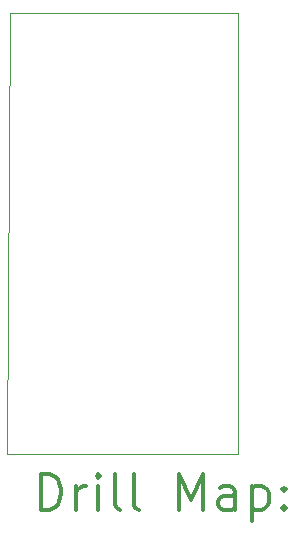
<source format=gbr>
%FSLAX45Y45*%
G04 Gerber Fmt 4.5, Leading zero omitted, Abs format (unit mm)*
G04 Created by KiCad (PCBNEW 5.1.12-84ad8e8a86~92~ubuntu20.04.1) date 2022-07-09 09:58:05*
%MOMM*%
%LPD*%
G01*
G04 APERTURE LIST*
%TA.AperFunction,Profile*%
%ADD10C,0.050000*%
%TD*%
%ADD11C,0.200000*%
%ADD12C,0.300000*%
G04 APERTURE END LIST*
D10*
X14274800Y-8991600D02*
X14300200Y-5257800D01*
X16230600Y-8991600D02*
X14274800Y-8991600D01*
X16230600Y-5257800D02*
X16230600Y-8991600D01*
X14300200Y-5257800D02*
X16230600Y-5257800D01*
D11*
D12*
X14558728Y-9459814D02*
X14558728Y-9159814D01*
X14630157Y-9159814D01*
X14673014Y-9174100D01*
X14701586Y-9202672D01*
X14715871Y-9231243D01*
X14730157Y-9288386D01*
X14730157Y-9331243D01*
X14715871Y-9388386D01*
X14701586Y-9416957D01*
X14673014Y-9445529D01*
X14630157Y-9459814D01*
X14558728Y-9459814D01*
X14858728Y-9459814D02*
X14858728Y-9259814D01*
X14858728Y-9316957D02*
X14873014Y-9288386D01*
X14887300Y-9274100D01*
X14915871Y-9259814D01*
X14944443Y-9259814D01*
X15044443Y-9459814D02*
X15044443Y-9259814D01*
X15044443Y-9159814D02*
X15030157Y-9174100D01*
X15044443Y-9188386D01*
X15058728Y-9174100D01*
X15044443Y-9159814D01*
X15044443Y-9188386D01*
X15230157Y-9459814D02*
X15201586Y-9445529D01*
X15187300Y-9416957D01*
X15187300Y-9159814D01*
X15387300Y-9459814D02*
X15358728Y-9445529D01*
X15344443Y-9416957D01*
X15344443Y-9159814D01*
X15730157Y-9459814D02*
X15730157Y-9159814D01*
X15830157Y-9374100D01*
X15930157Y-9159814D01*
X15930157Y-9459814D01*
X16201586Y-9459814D02*
X16201586Y-9302672D01*
X16187300Y-9274100D01*
X16158728Y-9259814D01*
X16101586Y-9259814D01*
X16073014Y-9274100D01*
X16201586Y-9445529D02*
X16173014Y-9459814D01*
X16101586Y-9459814D01*
X16073014Y-9445529D01*
X16058728Y-9416957D01*
X16058728Y-9388386D01*
X16073014Y-9359814D01*
X16101586Y-9345529D01*
X16173014Y-9345529D01*
X16201586Y-9331243D01*
X16344443Y-9259814D02*
X16344443Y-9559814D01*
X16344443Y-9274100D02*
X16373014Y-9259814D01*
X16430157Y-9259814D01*
X16458728Y-9274100D01*
X16473014Y-9288386D01*
X16487300Y-9316957D01*
X16487300Y-9402672D01*
X16473014Y-9431243D01*
X16458728Y-9445529D01*
X16430157Y-9459814D01*
X16373014Y-9459814D01*
X16344443Y-9445529D01*
X16615871Y-9431243D02*
X16630157Y-9445529D01*
X16615871Y-9459814D01*
X16601586Y-9445529D01*
X16615871Y-9431243D01*
X16615871Y-9459814D01*
X16615871Y-9274100D02*
X16630157Y-9288386D01*
X16615871Y-9302672D01*
X16601586Y-9288386D01*
X16615871Y-9274100D01*
X16615871Y-9302672D01*
M02*

</source>
